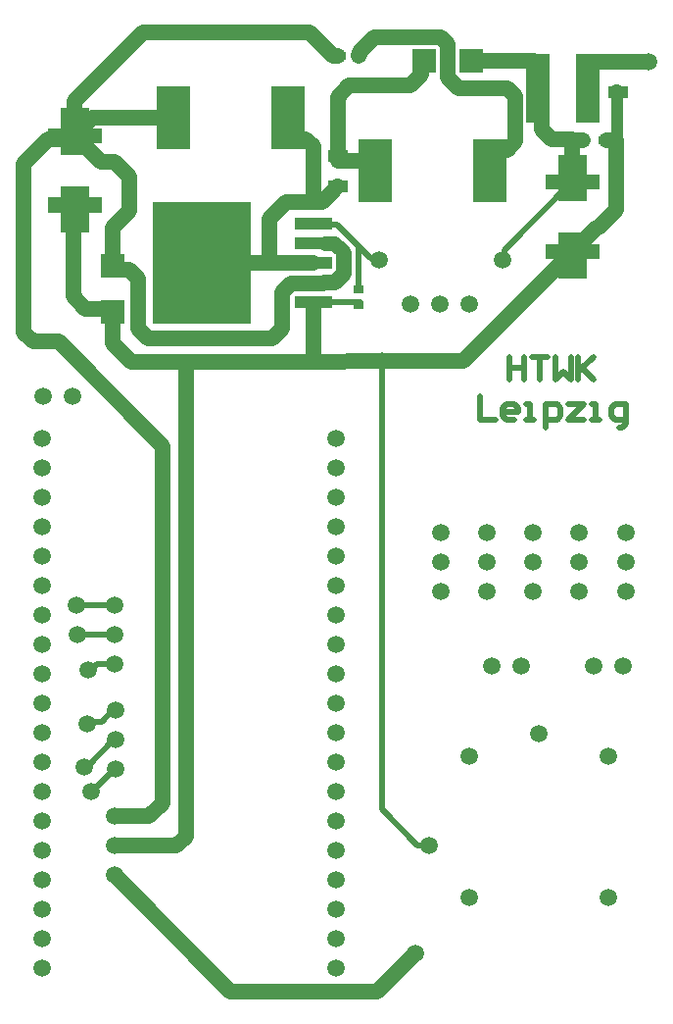
<source format=gtl>
G04*
G04 #@! TF.GenerationSoftware,Altium Limited,Altium Designer,24.8.2 (39)*
G04*
G04 Layer_Physical_Order=1*
G04 Layer_Color=255*
%FSLAX25Y25*%
%MOIN*%
G70*
G04*
G04 #@! TF.SameCoordinates,0FDC3FA0-59D2-4078-A23E-D8467AF8131B*
G04*
G04*
G04 #@! TF.FilePolarity,Positive*
G04*
G01*
G75*
%ADD10R,0.11417X0.21260*%
%ADD11R,0.02756X0.02756*%
%ADD12R,0.06717X0.04349*%
%ADD13R,0.12638X0.04134*%
%ADD14R,0.33307X0.41457*%
%ADD15R,0.07874X0.07874*%
%ADD16R,0.07874X0.07874*%
%ADD17R,0.07874X0.23622*%
%ADD18R,0.03347X0.02953*%
%ADD19C,0.05394*%
%ADD20C,0.01968*%
%ADD21C,0.05000*%
%ADD22C,0.05118*%
%ADD23C,0.03937*%
%ADD24C,0.05906*%
G36*
X26181Y268307D02*
Y261614D01*
X16339D01*
Y268307D01*
X12008D01*
Y273425D01*
X16339D01*
Y277362D01*
X26181D01*
Y273425D01*
X30512D01*
Y268307D01*
X26181D01*
D02*
G37*
G36*
Y291929D02*
Y287992D01*
X16339D01*
Y291929D01*
X12008D01*
Y297047D01*
X16339D01*
Y303740D01*
X26181D01*
Y297047D01*
X30512D01*
Y291929D01*
X26181D01*
D02*
G37*
G36*
X195472Y252559D02*
Y245866D01*
X185630D01*
Y252559D01*
X181299D01*
Y257677D01*
X185630D01*
Y261614D01*
X195472D01*
Y257677D01*
X199803D01*
Y252559D01*
X195472D01*
D02*
G37*
G36*
Y276181D02*
Y272244D01*
X185630D01*
Y276181D01*
X181299D01*
Y281299D01*
X185630D01*
Y287992D01*
X195472D01*
Y281299D01*
X199803D01*
Y276181D01*
X195472D01*
D02*
G37*
D10*
X123524Y282579D02*
D03*
X162500D02*
D03*
X54921Y300394D02*
D03*
X93898D02*
D03*
D11*
X195276Y292913D02*
D03*
X200787D02*
D03*
X117717Y321654D02*
D03*
X112205D02*
D03*
D12*
X206102Y319590D02*
D03*
Y309347D02*
D03*
X110630Y277162D02*
D03*
Y287405D02*
D03*
D13*
X102480Y244488D02*
D03*
Y251181D02*
D03*
Y257874D02*
D03*
Y264567D02*
D03*
Y237795D02*
D03*
D14*
X64567Y251181D02*
D03*
D15*
X156004Y319980D02*
D03*
X140256D02*
D03*
D16*
X190551Y278740D02*
D03*
Y255118D02*
D03*
X21260Y294488D02*
D03*
Y270866D02*
D03*
X34055Y250197D02*
D03*
Y234449D02*
D03*
D17*
X195866Y310630D02*
D03*
X178937D02*
D03*
D18*
X117913Y242126D02*
D03*
Y237008D02*
D03*
D19*
X74252Y3543D02*
X124114D01*
X34646Y43150D02*
X74252Y3543D01*
X124114D02*
X137205Y16634D01*
X112307Y254987D02*
X112677Y254617D01*
Y247508D02*
Y254617D01*
X94616Y244213D02*
X105827D01*
X106102Y244488D02*
X109658D01*
X105827Y244213D02*
X106102Y244488D01*
X109658D02*
X112677Y247508D01*
X171122Y292443D02*
Y307754D01*
X161811Y286024D02*
X165512Y289724D01*
X151782Y310571D02*
X168305D01*
X171122Y307754D01*
X165512Y289724D02*
X168403D01*
X161811Y282677D02*
Y286024D01*
X168403Y289724D02*
X171122Y292443D01*
X105486Y272047D02*
X109446Y276007D01*
X100972Y272047D02*
X105486D01*
X100972D02*
X101772Y272847D01*
X93157Y272047D02*
X100972D01*
X99801Y293248D02*
X102303Y290746D01*
X96909Y293248D02*
X99801D01*
X93898Y296260D02*
X96909Y293248D01*
X93898Y296260D02*
Y300394D01*
X102303Y275002D02*
Y290746D01*
X44488Y329528D02*
X101122D01*
X108996Y321654D01*
X110827D01*
X183366Y293307D02*
X190318D01*
X190712Y292913D01*
X180177Y296496D02*
Y309390D01*
Y296496D02*
X183366Y293307D01*
X178937Y310630D02*
X180177Y309390D01*
X216534Y319588D02*
X216535Y319587D01*
X206102Y319590D02*
X206104Y319588D01*
X216534D01*
X197106Y319590D02*
X206102D01*
X195866Y318350D02*
X197106Y319590D01*
X195866Y310630D02*
Y318350D01*
X117795Y321654D02*
Y321732D01*
X118110Y322047D01*
Y323031D01*
X123031Y327953D01*
X145642D02*
X148189Y325406D01*
Y314163D02*
Y325406D01*
X123031Y327953D02*
X145642D01*
X148189Y314163D02*
X151782Y310571D01*
X139016Y318740D02*
X140256Y319980D01*
X139016Y315099D02*
Y318740D01*
X135335Y311417D02*
X139016Y315099D01*
X114370Y311417D02*
X135335D01*
X110630Y285748D02*
X119823D01*
X110630D02*
Y307677D01*
X156260Y319980D02*
X177461D01*
X178937Y318504D01*
Y310630D02*
Y318504D01*
X189311Y253878D02*
X198819Y263386D01*
X91732Y241329D02*
X94616Y244213D01*
X102480Y217717D02*
Y235453D01*
X102559Y235531D01*
X34055Y250197D02*
Y263219D01*
X42913Y228750D02*
X46073Y225590D01*
X34055Y224037D02*
X40376Y217717D01*
X39754Y248957D02*
X42913Y245797D01*
X46073Y225590D02*
X88573D01*
X42913Y228750D02*
Y245797D01*
X35295Y248957D02*
X39754D01*
X40376Y217717D02*
X59055D01*
X34055Y250197D02*
X35295Y248957D01*
X34055Y224037D02*
Y234449D01*
X21260Y306299D02*
X44488Y329528D01*
X55896Y53150D02*
X59055Y56309D01*
X34646Y53150D02*
X55896D01*
X59055Y56309D02*
Y217717D01*
X102480D01*
X105315Y217717D01*
X24941Y235689D02*
X32815D01*
X34055Y234449D01*
X20866Y239764D02*
X24941Y235689D01*
X20866Y239764D02*
Y270472D01*
X21260Y270866D01*
X105315Y217717D02*
X121319Y217913D01*
X125787D01*
X153347D01*
X189311Y253878D01*
Y253878D01*
X198819Y263386D02*
X199596D01*
X205512Y269301D01*
Y292913D01*
X202165D02*
X205512D01*
X21260Y294488D02*
Y306299D01*
X87402Y266291D02*
X93157Y272047D01*
X87402Y252362D02*
Y266291D01*
X109446Y276007D02*
Y276117D01*
X64567Y251181D02*
X102480D01*
X109446Y276117D02*
X110491Y277162D01*
X110630D01*
X190712Y292913D02*
X194095D01*
X15748Y224410D02*
X51181Y188976D01*
X3937Y227569D02*
Y285029D01*
X7097Y224410D02*
X15748D01*
X3937Y227569D02*
X7097Y224410D01*
X51181Y67716D02*
Y188976D01*
X88573Y225590D02*
X91732Y228750D01*
Y241329D01*
X20020Y293248D02*
X21260Y294488D01*
X12156Y293248D02*
X20020D01*
X3937Y285029D02*
X12156Y293248D01*
X46614Y63150D02*
X51181Y67716D01*
X34646Y63150D02*
X46614D01*
X21260Y294488D02*
X27165Y300394D01*
X54921D01*
X30128Y285620D02*
X34852D01*
X39764Y280709D01*
X21260Y294488D02*
X30128Y285620D01*
X34055Y263219D02*
X39764Y268927D01*
Y280709D01*
X190551Y292753D02*
X190712Y292913D01*
X190551Y278740D02*
Y292753D01*
X110630Y307677D02*
X114370Y311417D01*
X119823Y285748D02*
X122835Y282736D01*
Y282677D02*
Y282736D01*
D20*
X117933Y256794D02*
X121907Y252820D01*
X124148D02*
X124902Y252067D01*
X121907Y252820D02*
X124148D01*
X102919Y264128D02*
X110599D01*
X102480Y264567D02*
X102919Y264128D01*
X110599D02*
X117933Y256794D01*
Y242146D02*
Y256794D01*
X117913Y242126D02*
X117933Y242146D01*
X34490Y89134D02*
X35039D01*
X25376Y80020D02*
X34490Y89134D01*
X24311Y80020D02*
X25376D01*
X27165Y71555D02*
X34744Y79134D01*
X35039D01*
X26870Y71555D02*
X27165D01*
X102559Y237795D02*
X118504D01*
X30482Y95340D02*
X34275Y99134D01*
X25591Y94587D02*
X26344Y95340D01*
X30482D01*
X34275Y99134D02*
X35039D01*
X22047Y124902D02*
X22106Y124961D01*
X34646D01*
X25886Y113054D02*
X26951D01*
X28858Y114961D02*
X34646D01*
X26951Y113054D02*
X28858Y114961D01*
X21673Y134961D02*
X34646D01*
X137894Y53347D02*
X141732D01*
X125787Y65453D02*
X137894Y53347D01*
X125787Y65453D02*
Y217913D01*
X167486Y255674D02*
X190551Y278740D01*
X167486Y253017D02*
Y255674D01*
X166732Y252264D02*
X167486Y253017D01*
X163228Y114173D02*
X163228Y114173D01*
X197756D02*
X197756Y114173D01*
X189865Y278054D02*
X190551Y278740D01*
X185534Y278054D02*
X189865D01*
X159055Y205771D02*
Y197899D01*
X164303D01*
X170862D02*
X168238D01*
X166927Y199211D01*
Y201835D01*
X168238Y203147D01*
X170862D01*
X172174Y201835D01*
Y200523D01*
X166927D01*
X174798Y197899D02*
X177422D01*
X176110D01*
Y203147D01*
X174798D01*
X181358Y195276D02*
Y203147D01*
X185293D01*
X186605Y201835D01*
Y199211D01*
X185293Y197899D01*
X181358D01*
X189229Y203147D02*
X194477D01*
X189229Y197899D01*
X194477D01*
X197101D02*
X199724D01*
X198413D01*
Y203147D01*
X197101D01*
X206284Y195276D02*
X207596D01*
X208908Y196588D01*
Y203147D01*
X204972D01*
X203660Y201835D01*
Y199211D01*
X204972Y197899D01*
X208908D01*
X168996Y219387D02*
Y211516D01*
Y215452D01*
X174244D01*
Y219387D01*
Y211516D01*
X176867Y219387D02*
X182115D01*
X179491D01*
Y211516D01*
X184739Y219387D02*
Y211516D01*
X187363Y214140D01*
X189987Y211516D01*
Y219387D01*
X192611D02*
Y211516D01*
Y214140D01*
X197858Y219387D01*
X193922Y215452D01*
X197858Y211516D01*
D21*
X106299Y257885D02*
X109605D01*
D22*
X112307Y254987D02*
Y255182D01*
X109605Y257885D02*
X112307Y255182D01*
D23*
X205709Y293583D02*
Y309941D01*
X205609Y309841D02*
X205709Y309941D01*
D24*
X155472Y237106D02*
D03*
X145472D02*
D03*
X135472D02*
D03*
X155512Y35433D02*
D03*
X202756D02*
D03*
X155512Y83464D02*
D03*
X202756D02*
D03*
X179134Y91338D02*
D03*
X34646Y114961D02*
D03*
Y124961D02*
D03*
Y134961D02*
D03*
X10236Y191496D02*
D03*
Y181496D02*
D03*
Y171496D02*
D03*
Y161496D02*
D03*
Y151496D02*
D03*
Y141496D02*
D03*
Y131496D02*
D03*
Y121496D02*
D03*
Y111496D02*
D03*
Y101496D02*
D03*
Y91496D02*
D03*
Y81496D02*
D03*
Y71496D02*
D03*
Y61496D02*
D03*
Y51496D02*
D03*
Y41496D02*
D03*
Y31496D02*
D03*
Y21496D02*
D03*
Y11496D02*
D03*
X110236D02*
D03*
Y21496D02*
D03*
Y31496D02*
D03*
Y41496D02*
D03*
Y51496D02*
D03*
Y61496D02*
D03*
Y71496D02*
D03*
Y81496D02*
D03*
Y91496D02*
D03*
Y101496D02*
D03*
Y111496D02*
D03*
Y121496D02*
D03*
Y131496D02*
D03*
Y141496D02*
D03*
Y151496D02*
D03*
Y161496D02*
D03*
Y171496D02*
D03*
Y181496D02*
D03*
Y191496D02*
D03*
X173228Y114173D02*
D03*
X163228D02*
D03*
X197756D02*
D03*
X207756D02*
D03*
X10453Y205807D02*
D03*
X20453D02*
D03*
X192913Y139606D02*
D03*
Y149606D02*
D03*
Y159606D02*
D03*
X208661Y139606D02*
D03*
Y149606D02*
D03*
Y159606D02*
D03*
X161417Y139606D02*
D03*
Y149606D02*
D03*
Y159606D02*
D03*
X145669Y139606D02*
D03*
Y149606D02*
D03*
Y159606D02*
D03*
X177165Y139606D02*
D03*
Y149606D02*
D03*
Y159606D02*
D03*
X34646Y43150D02*
D03*
Y63150D02*
D03*
Y53150D02*
D03*
X35039Y79134D02*
D03*
Y89134D02*
D03*
Y99134D02*
D03*
X137205Y16634D02*
D03*
X124902Y252067D02*
D03*
X24311Y80020D02*
D03*
X26870Y71555D02*
D03*
X25591Y94587D02*
D03*
X22047Y124902D02*
D03*
X25886Y113054D02*
D03*
X21673Y134961D02*
D03*
X125787Y217913D02*
D03*
X141732Y53347D02*
D03*
X216535Y319587D02*
D03*
X166732Y252264D02*
D03*
M02*

</source>
